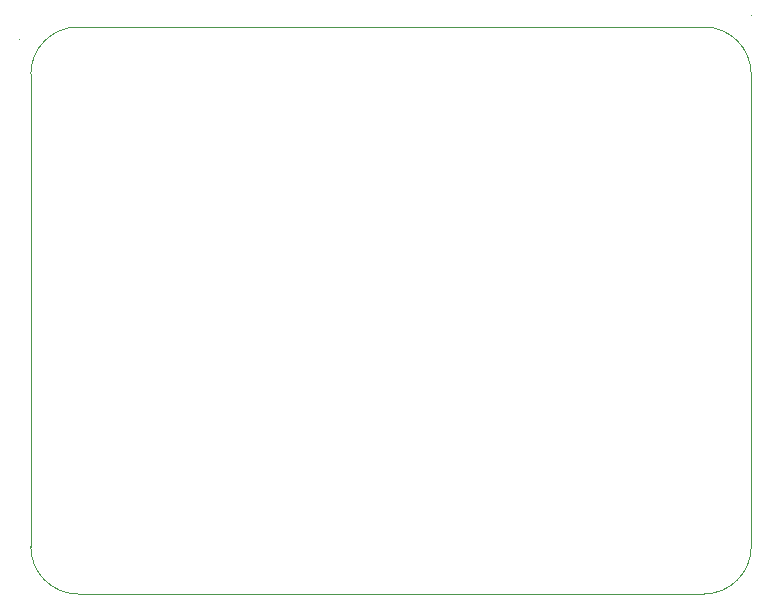
<source format=gbr>
%TF.GenerationSoftware,KiCad,Pcbnew,(6.0.7)*%
%TF.CreationDate,2023-02-14T14:27:57+01:00*%
%TF.ProjectId,WAFFLE,57414646-4c45-42e6-9b69-6361645f7063,rev?*%
%TF.SameCoordinates,Original*%
%TF.FileFunction,Profile,NP*%
%FSLAX46Y46*%
G04 Gerber Fmt 4.6, Leading zero omitted, Abs format (unit mm)*
G04 Created by KiCad (PCBNEW (6.0.7)) date 2023-02-14 14:27:57*
%MOMM*%
%LPD*%
G01*
G04 APERTURE LIST*
%TA.AperFunction,Profile*%
%ADD10C,0.100000*%
%TD*%
G04 APERTURE END LIST*
D10*
X145850000Y-118000000D02*
X198850000Y-118000000D01*
X141850000Y-114000000D02*
G75*
G03*
X145850000Y-118000000I4000000J0D01*
G01*
X140850000Y-71000000D02*
X140850000Y-71000000D01*
X198850000Y-118000000D02*
G75*
G03*
X202850000Y-114000000I0J4000000D01*
G01*
X198850000Y-70000000D02*
X145850000Y-70000000D01*
X141850000Y-74000000D02*
X141850000Y-114000000D01*
X145850000Y-70000000D02*
G75*
G03*
X141850000Y-74000000I0J-4000000D01*
G01*
X202850000Y-69000000D02*
X202850000Y-69000000D01*
X202850000Y-74000000D02*
X202850000Y-114000000D01*
X202850000Y-74000000D02*
G75*
G03*
X198850000Y-70000000I-4000000J0D01*
G01*
M02*

</source>
